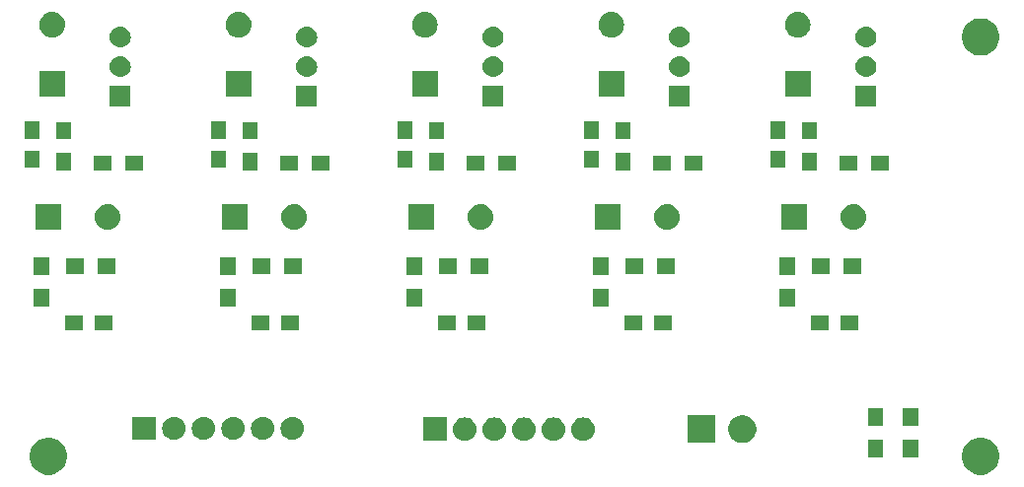
<source format=gts>
G04 #@! TF.GenerationSoftware,KiCad,Pcbnew,5.0.2-bee76a0~70~ubuntu16.04.1*
G04 #@! TF.CreationDate,2018-12-22T18:20:01+02:00*
G04 #@! TF.ProjectId,psg14a_power,70736731-3461-45f7-906f-7765722e6b69,rev?*
G04 #@! TF.SameCoordinates,Original*
G04 #@! TF.FileFunction,Soldermask,Top*
G04 #@! TF.FilePolarity,Negative*
%FSLAX46Y46*%
G04 Gerber Fmt 4.6, Leading zero omitted, Abs format (unit mm)*
G04 Created by KiCad (PCBNEW 5.0.2-bee76a0~70~ubuntu16.04.1) date сб, 22-гру-2018 18:20:01 +0200*
%MOMM*%
%LPD*%
G01*
G04 APERTURE LIST*
%ADD10C,0.100000*%
G04 APERTURE END LIST*
D10*
G36*
X110466703Y-79461486D02*
X110757883Y-79582097D01*
X111019944Y-79757201D01*
X111242799Y-79980056D01*
X111417903Y-80242117D01*
X111538514Y-80533297D01*
X111600000Y-80842412D01*
X111600000Y-81157588D01*
X111538514Y-81466703D01*
X111417903Y-81757883D01*
X111242799Y-82019944D01*
X111019944Y-82242799D01*
X110757883Y-82417903D01*
X110466703Y-82538514D01*
X110157588Y-82600000D01*
X109842412Y-82600000D01*
X109533297Y-82538514D01*
X109242117Y-82417903D01*
X108980056Y-82242799D01*
X108757201Y-82019944D01*
X108582097Y-81757883D01*
X108461486Y-81466703D01*
X108400000Y-81157588D01*
X108400000Y-80842412D01*
X108461486Y-80533297D01*
X108582097Y-80242117D01*
X108757201Y-79980056D01*
X108980056Y-79757201D01*
X109242117Y-79582097D01*
X109533297Y-79461486D01*
X109842412Y-79400000D01*
X110157588Y-79400000D01*
X110466703Y-79461486D01*
X110466703Y-79461486D01*
G37*
G36*
X30466703Y-79461486D02*
X30757883Y-79582097D01*
X31019944Y-79757201D01*
X31242799Y-79980056D01*
X31417903Y-80242117D01*
X31538514Y-80533297D01*
X31600000Y-80842412D01*
X31600000Y-81157588D01*
X31538514Y-81466703D01*
X31417903Y-81757883D01*
X31242799Y-82019944D01*
X31019944Y-82242799D01*
X30757883Y-82417903D01*
X30466703Y-82538514D01*
X30157588Y-82600000D01*
X29842412Y-82600000D01*
X29533297Y-82538514D01*
X29242117Y-82417903D01*
X28980056Y-82242799D01*
X28757201Y-82019944D01*
X28582097Y-81757883D01*
X28461486Y-81466703D01*
X28400000Y-81157588D01*
X28400000Y-80842412D01*
X28461486Y-80533297D01*
X28582097Y-80242117D01*
X28757201Y-79980056D01*
X28980056Y-79757201D01*
X29242117Y-79582097D01*
X29533297Y-79461486D01*
X29842412Y-79400000D01*
X30157588Y-79400000D01*
X30466703Y-79461486D01*
X30466703Y-79461486D01*
G37*
G36*
X104650000Y-81100000D02*
X103350000Y-81100000D01*
X103350000Y-79600000D01*
X104650000Y-79600000D01*
X104650000Y-81100000D01*
X104650000Y-81100000D01*
G37*
G36*
X101650000Y-81100000D02*
X100350000Y-81100000D01*
X100350000Y-79600000D01*
X101650000Y-79600000D01*
X101650000Y-81100000D01*
X101650000Y-81100000D01*
G37*
G36*
X87242500Y-79876500D02*
X84842500Y-79876500D01*
X84842500Y-77476500D01*
X87242500Y-77476500D01*
X87242500Y-79876500D01*
X87242500Y-79876500D01*
G37*
G36*
X89892526Y-77522615D02*
X90110912Y-77613073D01*
X90307458Y-77744401D01*
X90474599Y-77911542D01*
X90605927Y-78108088D01*
X90696385Y-78326474D01*
X90742500Y-78558309D01*
X90742500Y-78794691D01*
X90696385Y-79026526D01*
X90605927Y-79244912D01*
X90474599Y-79441458D01*
X90307458Y-79608599D01*
X90110912Y-79739927D01*
X89892526Y-79830385D01*
X89660691Y-79876500D01*
X89424309Y-79876500D01*
X89192474Y-79830385D01*
X88974088Y-79739927D01*
X88777542Y-79608599D01*
X88610401Y-79441458D01*
X88479073Y-79244912D01*
X88388615Y-79026526D01*
X88342500Y-78794691D01*
X88342500Y-78558309D01*
X88388615Y-78326474D01*
X88479073Y-78108088D01*
X88610401Y-77911542D01*
X88777542Y-77744401D01*
X88974088Y-77613073D01*
X89192474Y-77522615D01*
X89424309Y-77476500D01*
X89660691Y-77476500D01*
X89892526Y-77522615D01*
X89892526Y-77522615D01*
G37*
G36*
X64181990Y-79675990D02*
X62183010Y-79675990D01*
X62183010Y-77677010D01*
X64181990Y-77677010D01*
X64181990Y-79675990D01*
X64181990Y-79675990D01*
G37*
G36*
X76057458Y-77689406D02*
X76078435Y-77691472D01*
X76125535Y-77705760D01*
X76266839Y-77748624D01*
X76440474Y-77841433D01*
X76592666Y-77966334D01*
X76717567Y-78118526D01*
X76810376Y-78292161D01*
X76867528Y-78480566D01*
X76886826Y-78676500D01*
X76867528Y-78872434D01*
X76810376Y-79060839D01*
X76717567Y-79234474D01*
X76592666Y-79386666D01*
X76440474Y-79511567D01*
X76266839Y-79604376D01*
X76125535Y-79647240D01*
X76078435Y-79661528D01*
X76057458Y-79663594D01*
X75931600Y-79675990D01*
X75833400Y-79675990D01*
X75707542Y-79663594D01*
X75686565Y-79661528D01*
X75639465Y-79647240D01*
X75498161Y-79604376D01*
X75324526Y-79511567D01*
X75172334Y-79386666D01*
X75047433Y-79234474D01*
X74954624Y-79060839D01*
X74897472Y-78872434D01*
X74878174Y-78676500D01*
X74897472Y-78480566D01*
X74954624Y-78292161D01*
X75047433Y-78118526D01*
X75172334Y-77966334D01*
X75324526Y-77841433D01*
X75498161Y-77748624D01*
X75639465Y-77705760D01*
X75686565Y-77691472D01*
X75707542Y-77689406D01*
X75833400Y-77677010D01*
X75931600Y-77677010D01*
X76057458Y-77689406D01*
X76057458Y-77689406D01*
G37*
G36*
X73517458Y-77689406D02*
X73538435Y-77691472D01*
X73585535Y-77705760D01*
X73726839Y-77748624D01*
X73900474Y-77841433D01*
X74052666Y-77966334D01*
X74177567Y-78118526D01*
X74270376Y-78292161D01*
X74327528Y-78480566D01*
X74346826Y-78676500D01*
X74327528Y-78872434D01*
X74270376Y-79060839D01*
X74177567Y-79234474D01*
X74052666Y-79386666D01*
X73900474Y-79511567D01*
X73726839Y-79604376D01*
X73585535Y-79647240D01*
X73538435Y-79661528D01*
X73517458Y-79663594D01*
X73391600Y-79675990D01*
X73293400Y-79675990D01*
X73167542Y-79663594D01*
X73146565Y-79661528D01*
X73099465Y-79647240D01*
X72958161Y-79604376D01*
X72784526Y-79511567D01*
X72632334Y-79386666D01*
X72507433Y-79234474D01*
X72414624Y-79060839D01*
X72357472Y-78872434D01*
X72338174Y-78676500D01*
X72357472Y-78480566D01*
X72414624Y-78292161D01*
X72507433Y-78118526D01*
X72632334Y-77966334D01*
X72784526Y-77841433D01*
X72958161Y-77748624D01*
X73099465Y-77705760D01*
X73146565Y-77691472D01*
X73167542Y-77689406D01*
X73293400Y-77677010D01*
X73391600Y-77677010D01*
X73517458Y-77689406D01*
X73517458Y-77689406D01*
G37*
G36*
X68437458Y-77689406D02*
X68458435Y-77691472D01*
X68505535Y-77705760D01*
X68646839Y-77748624D01*
X68820474Y-77841433D01*
X68972666Y-77966334D01*
X69097567Y-78118526D01*
X69190376Y-78292161D01*
X69247528Y-78480566D01*
X69266826Y-78676500D01*
X69247528Y-78872434D01*
X69190376Y-79060839D01*
X69097567Y-79234474D01*
X68972666Y-79386666D01*
X68820474Y-79511567D01*
X68646839Y-79604376D01*
X68505535Y-79647240D01*
X68458435Y-79661528D01*
X68437458Y-79663594D01*
X68311600Y-79675990D01*
X68213400Y-79675990D01*
X68087542Y-79663594D01*
X68066565Y-79661528D01*
X68019465Y-79647240D01*
X67878161Y-79604376D01*
X67704526Y-79511567D01*
X67552334Y-79386666D01*
X67427433Y-79234474D01*
X67334624Y-79060839D01*
X67277472Y-78872434D01*
X67258174Y-78676500D01*
X67277472Y-78480566D01*
X67334624Y-78292161D01*
X67427433Y-78118526D01*
X67552334Y-77966334D01*
X67704526Y-77841433D01*
X67878161Y-77748624D01*
X68019465Y-77705760D01*
X68066565Y-77691472D01*
X68087542Y-77689406D01*
X68213400Y-77677010D01*
X68311600Y-77677010D01*
X68437458Y-77689406D01*
X68437458Y-77689406D01*
G37*
G36*
X65897458Y-77689406D02*
X65918435Y-77691472D01*
X65965535Y-77705760D01*
X66106839Y-77748624D01*
X66280474Y-77841433D01*
X66432666Y-77966334D01*
X66557567Y-78118526D01*
X66650376Y-78292161D01*
X66707528Y-78480566D01*
X66726826Y-78676500D01*
X66707528Y-78872434D01*
X66650376Y-79060839D01*
X66557567Y-79234474D01*
X66432666Y-79386666D01*
X66280474Y-79511567D01*
X66106839Y-79604376D01*
X65965535Y-79647240D01*
X65918435Y-79661528D01*
X65897458Y-79663594D01*
X65771600Y-79675990D01*
X65673400Y-79675990D01*
X65547542Y-79663594D01*
X65526565Y-79661528D01*
X65479465Y-79647240D01*
X65338161Y-79604376D01*
X65164526Y-79511567D01*
X65012334Y-79386666D01*
X64887433Y-79234474D01*
X64794624Y-79060839D01*
X64737472Y-78872434D01*
X64718174Y-78676500D01*
X64737472Y-78480566D01*
X64794624Y-78292161D01*
X64887433Y-78118526D01*
X65012334Y-77966334D01*
X65164526Y-77841433D01*
X65338161Y-77748624D01*
X65479465Y-77705760D01*
X65526565Y-77691472D01*
X65547542Y-77689406D01*
X65673400Y-77677010D01*
X65771600Y-77677010D01*
X65897458Y-77689406D01*
X65897458Y-77689406D01*
G37*
G36*
X70977458Y-77689406D02*
X70998435Y-77691472D01*
X71045535Y-77705760D01*
X71186839Y-77748624D01*
X71360474Y-77841433D01*
X71512666Y-77966334D01*
X71637567Y-78118526D01*
X71730376Y-78292161D01*
X71787528Y-78480566D01*
X71806826Y-78676500D01*
X71787528Y-78872434D01*
X71730376Y-79060839D01*
X71637567Y-79234474D01*
X71512666Y-79386666D01*
X71360474Y-79511567D01*
X71186839Y-79604376D01*
X71045535Y-79647240D01*
X70998435Y-79661528D01*
X70977458Y-79663594D01*
X70851600Y-79675990D01*
X70753400Y-79675990D01*
X70627542Y-79663594D01*
X70606565Y-79661528D01*
X70559465Y-79647240D01*
X70418161Y-79604376D01*
X70244526Y-79511567D01*
X70092334Y-79386666D01*
X69967433Y-79234474D01*
X69874624Y-79060839D01*
X69817472Y-78872434D01*
X69798174Y-78676500D01*
X69817472Y-78480566D01*
X69874624Y-78292161D01*
X69967433Y-78118526D01*
X70092334Y-77966334D01*
X70244526Y-77841433D01*
X70418161Y-77748624D01*
X70559465Y-77705760D01*
X70606565Y-77691472D01*
X70627542Y-77689406D01*
X70753400Y-77677010D01*
X70851600Y-77677010D01*
X70977458Y-77689406D01*
X70977458Y-77689406D01*
G37*
G36*
X46021958Y-77625906D02*
X46042935Y-77627972D01*
X46090035Y-77642260D01*
X46231339Y-77685124D01*
X46404974Y-77777933D01*
X46557166Y-77902834D01*
X46682067Y-78055026D01*
X46774876Y-78228661D01*
X46832028Y-78417066D01*
X46851326Y-78613000D01*
X46832028Y-78808934D01*
X46774876Y-78997339D01*
X46682067Y-79170974D01*
X46557166Y-79323166D01*
X46404974Y-79448067D01*
X46231339Y-79540876D01*
X46095451Y-79582097D01*
X46042935Y-79598028D01*
X46022912Y-79600000D01*
X45896100Y-79612490D01*
X45797900Y-79612490D01*
X45671088Y-79600000D01*
X45651065Y-79598028D01*
X45598549Y-79582097D01*
X45462661Y-79540876D01*
X45289026Y-79448067D01*
X45136834Y-79323166D01*
X45011933Y-79170974D01*
X44919124Y-78997339D01*
X44861972Y-78808934D01*
X44842674Y-78613000D01*
X44861972Y-78417066D01*
X44919124Y-78228661D01*
X45011933Y-78055026D01*
X45136834Y-77902834D01*
X45289026Y-77777933D01*
X45462661Y-77685124D01*
X45603965Y-77642260D01*
X45651065Y-77627972D01*
X45672042Y-77625906D01*
X45797900Y-77613510D01*
X45896100Y-77613510D01*
X46021958Y-77625906D01*
X46021958Y-77625906D01*
G37*
G36*
X51101958Y-77625906D02*
X51122935Y-77627972D01*
X51170035Y-77642260D01*
X51311339Y-77685124D01*
X51484974Y-77777933D01*
X51637166Y-77902834D01*
X51762067Y-78055026D01*
X51854876Y-78228661D01*
X51912028Y-78417066D01*
X51931326Y-78613000D01*
X51912028Y-78808934D01*
X51854876Y-78997339D01*
X51762067Y-79170974D01*
X51637166Y-79323166D01*
X51484974Y-79448067D01*
X51311339Y-79540876D01*
X51175451Y-79582097D01*
X51122935Y-79598028D01*
X51102912Y-79600000D01*
X50976100Y-79612490D01*
X50877900Y-79612490D01*
X50751088Y-79600000D01*
X50731065Y-79598028D01*
X50678549Y-79582097D01*
X50542661Y-79540876D01*
X50369026Y-79448067D01*
X50216834Y-79323166D01*
X50091933Y-79170974D01*
X49999124Y-78997339D01*
X49941972Y-78808934D01*
X49922674Y-78613000D01*
X49941972Y-78417066D01*
X49999124Y-78228661D01*
X50091933Y-78055026D01*
X50216834Y-77902834D01*
X50369026Y-77777933D01*
X50542661Y-77685124D01*
X50683965Y-77642260D01*
X50731065Y-77627972D01*
X50752042Y-77625906D01*
X50877900Y-77613510D01*
X50976100Y-77613510D01*
X51101958Y-77625906D01*
X51101958Y-77625906D01*
G37*
G36*
X48561958Y-77625906D02*
X48582935Y-77627972D01*
X48630035Y-77642260D01*
X48771339Y-77685124D01*
X48944974Y-77777933D01*
X49097166Y-77902834D01*
X49222067Y-78055026D01*
X49314876Y-78228661D01*
X49372028Y-78417066D01*
X49391326Y-78613000D01*
X49372028Y-78808934D01*
X49314876Y-78997339D01*
X49222067Y-79170974D01*
X49097166Y-79323166D01*
X48944974Y-79448067D01*
X48771339Y-79540876D01*
X48635451Y-79582097D01*
X48582935Y-79598028D01*
X48562912Y-79600000D01*
X48436100Y-79612490D01*
X48337900Y-79612490D01*
X48211088Y-79600000D01*
X48191065Y-79598028D01*
X48138549Y-79582097D01*
X48002661Y-79540876D01*
X47829026Y-79448067D01*
X47676834Y-79323166D01*
X47551933Y-79170974D01*
X47459124Y-78997339D01*
X47401972Y-78808934D01*
X47382674Y-78613000D01*
X47401972Y-78417066D01*
X47459124Y-78228661D01*
X47551933Y-78055026D01*
X47676834Y-77902834D01*
X47829026Y-77777933D01*
X48002661Y-77685124D01*
X48143965Y-77642260D01*
X48191065Y-77627972D01*
X48212042Y-77625906D01*
X48337900Y-77613510D01*
X48436100Y-77613510D01*
X48561958Y-77625906D01*
X48561958Y-77625906D01*
G37*
G36*
X43481958Y-77625906D02*
X43502935Y-77627972D01*
X43550035Y-77642260D01*
X43691339Y-77685124D01*
X43864974Y-77777933D01*
X44017166Y-77902834D01*
X44142067Y-78055026D01*
X44234876Y-78228661D01*
X44292028Y-78417066D01*
X44311326Y-78613000D01*
X44292028Y-78808934D01*
X44234876Y-78997339D01*
X44142067Y-79170974D01*
X44017166Y-79323166D01*
X43864974Y-79448067D01*
X43691339Y-79540876D01*
X43555451Y-79582097D01*
X43502935Y-79598028D01*
X43482912Y-79600000D01*
X43356100Y-79612490D01*
X43257900Y-79612490D01*
X43131088Y-79600000D01*
X43111065Y-79598028D01*
X43058549Y-79582097D01*
X42922661Y-79540876D01*
X42749026Y-79448067D01*
X42596834Y-79323166D01*
X42471933Y-79170974D01*
X42379124Y-78997339D01*
X42321972Y-78808934D01*
X42302674Y-78613000D01*
X42321972Y-78417066D01*
X42379124Y-78228661D01*
X42471933Y-78055026D01*
X42596834Y-77902834D01*
X42749026Y-77777933D01*
X42922661Y-77685124D01*
X43063965Y-77642260D01*
X43111065Y-77627972D01*
X43132042Y-77625906D01*
X43257900Y-77613510D01*
X43356100Y-77613510D01*
X43481958Y-77625906D01*
X43481958Y-77625906D01*
G37*
G36*
X40941958Y-77625906D02*
X40962935Y-77627972D01*
X41010035Y-77642260D01*
X41151339Y-77685124D01*
X41324974Y-77777933D01*
X41477166Y-77902834D01*
X41602067Y-78055026D01*
X41694876Y-78228661D01*
X41752028Y-78417066D01*
X41771326Y-78613000D01*
X41752028Y-78808934D01*
X41694876Y-78997339D01*
X41602067Y-79170974D01*
X41477166Y-79323166D01*
X41324974Y-79448067D01*
X41151339Y-79540876D01*
X41015451Y-79582097D01*
X40962935Y-79598028D01*
X40942912Y-79600000D01*
X40816100Y-79612490D01*
X40717900Y-79612490D01*
X40591088Y-79600000D01*
X40571065Y-79598028D01*
X40518549Y-79582097D01*
X40382661Y-79540876D01*
X40209026Y-79448067D01*
X40056834Y-79323166D01*
X39931933Y-79170974D01*
X39839124Y-78997339D01*
X39781972Y-78808934D01*
X39762674Y-78613000D01*
X39781972Y-78417066D01*
X39839124Y-78228661D01*
X39931933Y-78055026D01*
X40056834Y-77902834D01*
X40209026Y-77777933D01*
X40382661Y-77685124D01*
X40523965Y-77642260D01*
X40571065Y-77627972D01*
X40592042Y-77625906D01*
X40717900Y-77613510D01*
X40816100Y-77613510D01*
X40941958Y-77625906D01*
X40941958Y-77625906D01*
G37*
G36*
X39226490Y-79612490D02*
X37227510Y-79612490D01*
X37227510Y-77613510D01*
X39226490Y-77613510D01*
X39226490Y-79612490D01*
X39226490Y-79612490D01*
G37*
G36*
X101650000Y-78400000D02*
X100350000Y-78400000D01*
X100350000Y-76900000D01*
X101650000Y-76900000D01*
X101650000Y-78400000D01*
X101650000Y-78400000D01*
G37*
G36*
X104650000Y-78400000D02*
X103350000Y-78400000D01*
X103350000Y-76900000D01*
X104650000Y-76900000D01*
X104650000Y-78400000D01*
X104650000Y-78400000D01*
G37*
G36*
X48972120Y-70195600D02*
X47472120Y-70195600D01*
X47472120Y-68945600D01*
X48972120Y-68945600D01*
X48972120Y-70195600D01*
X48972120Y-70195600D01*
G37*
G36*
X80972120Y-70195600D02*
X79472120Y-70195600D01*
X79472120Y-68945600D01*
X80972120Y-68945600D01*
X80972120Y-70195600D01*
X80972120Y-70195600D01*
G37*
G36*
X64972120Y-70195600D02*
X63472120Y-70195600D01*
X63472120Y-68945600D01*
X64972120Y-68945600D01*
X64972120Y-70195600D01*
X64972120Y-70195600D01*
G37*
G36*
X51472120Y-70195600D02*
X49972120Y-70195600D01*
X49972120Y-68945600D01*
X51472120Y-68945600D01*
X51472120Y-70195600D01*
X51472120Y-70195600D01*
G37*
G36*
X32972120Y-70195600D02*
X31472120Y-70195600D01*
X31472120Y-68945600D01*
X32972120Y-68945600D01*
X32972120Y-70195600D01*
X32972120Y-70195600D01*
G37*
G36*
X83472120Y-70195600D02*
X81972120Y-70195600D01*
X81972120Y-68945600D01*
X83472120Y-68945600D01*
X83472120Y-70195600D01*
X83472120Y-70195600D01*
G37*
G36*
X67472120Y-70195600D02*
X65972120Y-70195600D01*
X65972120Y-68945600D01*
X67472120Y-68945600D01*
X67472120Y-70195600D01*
X67472120Y-70195600D01*
G37*
G36*
X99472120Y-70195600D02*
X97972120Y-70195600D01*
X97972120Y-68945600D01*
X99472120Y-68945600D01*
X99472120Y-70195600D01*
X99472120Y-70195600D01*
G37*
G36*
X96972120Y-70195600D02*
X95472120Y-70195600D01*
X95472120Y-68945600D01*
X96972120Y-68945600D01*
X96972120Y-70195600D01*
X96972120Y-70195600D01*
G37*
G36*
X35472120Y-70195600D02*
X33972120Y-70195600D01*
X33972120Y-68945600D01*
X35472120Y-68945600D01*
X35472120Y-70195600D01*
X35472120Y-70195600D01*
G37*
G36*
X46058120Y-68119680D02*
X44758120Y-68119680D01*
X44758120Y-66619680D01*
X46058120Y-66619680D01*
X46058120Y-68119680D01*
X46058120Y-68119680D01*
G37*
G36*
X62058120Y-68119680D02*
X60758120Y-68119680D01*
X60758120Y-66619680D01*
X62058120Y-66619680D01*
X62058120Y-68119680D01*
X62058120Y-68119680D01*
G37*
G36*
X78058120Y-68119680D02*
X76758120Y-68119680D01*
X76758120Y-66619680D01*
X78058120Y-66619680D01*
X78058120Y-68119680D01*
X78058120Y-68119680D01*
G37*
G36*
X94058120Y-68119680D02*
X92758120Y-68119680D01*
X92758120Y-66619680D01*
X94058120Y-66619680D01*
X94058120Y-68119680D01*
X94058120Y-68119680D01*
G37*
G36*
X30058120Y-68119680D02*
X28758120Y-68119680D01*
X28758120Y-66619680D01*
X30058120Y-66619680D01*
X30058120Y-68119680D01*
X30058120Y-68119680D01*
G37*
G36*
X94058120Y-65419680D02*
X92758120Y-65419680D01*
X92758120Y-63919680D01*
X94058120Y-63919680D01*
X94058120Y-65419680D01*
X94058120Y-65419680D01*
G37*
G36*
X78058120Y-65419680D02*
X76758120Y-65419680D01*
X76758120Y-63919680D01*
X78058120Y-63919680D01*
X78058120Y-65419680D01*
X78058120Y-65419680D01*
G37*
G36*
X62058120Y-65419680D02*
X60758120Y-65419680D01*
X60758120Y-63919680D01*
X62058120Y-63919680D01*
X62058120Y-65419680D01*
X62058120Y-65419680D01*
G37*
G36*
X46058120Y-65419680D02*
X44758120Y-65419680D01*
X44758120Y-63919680D01*
X46058120Y-63919680D01*
X46058120Y-65419680D01*
X46058120Y-65419680D01*
G37*
G36*
X30058120Y-65419680D02*
X28758120Y-65419680D01*
X28758120Y-63919680D01*
X30058120Y-63919680D01*
X30058120Y-65419680D01*
X30058120Y-65419680D01*
G37*
G36*
X35714360Y-65318400D02*
X34214360Y-65318400D01*
X34214360Y-64018400D01*
X35714360Y-64018400D01*
X35714360Y-65318400D01*
X35714360Y-65318400D01*
G37*
G36*
X33014360Y-65318400D02*
X31514360Y-65318400D01*
X31514360Y-64018400D01*
X33014360Y-64018400D01*
X33014360Y-65318400D01*
X33014360Y-65318400D01*
G37*
G36*
X49014360Y-65318400D02*
X47514360Y-65318400D01*
X47514360Y-64018400D01*
X49014360Y-64018400D01*
X49014360Y-65318400D01*
X49014360Y-65318400D01*
G37*
G36*
X51714360Y-65318400D02*
X50214360Y-65318400D01*
X50214360Y-64018400D01*
X51714360Y-64018400D01*
X51714360Y-65318400D01*
X51714360Y-65318400D01*
G37*
G36*
X67714360Y-65318400D02*
X66214360Y-65318400D01*
X66214360Y-64018400D01*
X67714360Y-64018400D01*
X67714360Y-65318400D01*
X67714360Y-65318400D01*
G37*
G36*
X65014360Y-65318400D02*
X63514360Y-65318400D01*
X63514360Y-64018400D01*
X65014360Y-64018400D01*
X65014360Y-65318400D01*
X65014360Y-65318400D01*
G37*
G36*
X81014360Y-65318400D02*
X79514360Y-65318400D01*
X79514360Y-64018400D01*
X81014360Y-64018400D01*
X81014360Y-65318400D01*
X81014360Y-65318400D01*
G37*
G36*
X99714360Y-65318400D02*
X98214360Y-65318400D01*
X98214360Y-64018400D01*
X99714360Y-64018400D01*
X99714360Y-65318400D01*
X99714360Y-65318400D01*
G37*
G36*
X97014360Y-65318400D02*
X95514360Y-65318400D01*
X95514360Y-64018400D01*
X97014360Y-64018400D01*
X97014360Y-65318400D01*
X97014360Y-65318400D01*
G37*
G36*
X83714360Y-65318400D02*
X82214360Y-65318400D01*
X82214360Y-64018400D01*
X83714360Y-64018400D01*
X83714360Y-65318400D01*
X83714360Y-65318400D01*
G37*
G36*
X63107560Y-61557080D02*
X60907560Y-61557080D01*
X60907560Y-59357080D01*
X63107560Y-59357080D01*
X63107560Y-61557080D01*
X63107560Y-61557080D01*
G37*
G36*
X67303199Y-59372996D02*
X67510546Y-59435895D01*
X67510548Y-59435896D01*
X67701644Y-59538038D01*
X67869141Y-59675499D01*
X68006602Y-59842996D01*
X68108744Y-60034092D01*
X68171644Y-60241442D01*
X68192882Y-60457080D01*
X68171644Y-60672718D01*
X68108744Y-60880068D01*
X68006602Y-61071164D01*
X67869141Y-61238661D01*
X67701644Y-61376122D01*
X67510548Y-61478264D01*
X67510546Y-61478265D01*
X67303199Y-61541164D01*
X67141598Y-61557080D01*
X67033522Y-61557080D01*
X66871921Y-61541164D01*
X66664574Y-61478265D01*
X66664572Y-61478264D01*
X66473476Y-61376122D01*
X66305979Y-61238661D01*
X66168518Y-61071164D01*
X66066376Y-60880068D01*
X66003476Y-60672718D01*
X65982238Y-60457080D01*
X66003476Y-60241442D01*
X66066376Y-60034092D01*
X66168518Y-59842996D01*
X66305979Y-59675499D01*
X66473476Y-59538038D01*
X66664572Y-59435896D01*
X66664574Y-59435895D01*
X66871921Y-59372996D01*
X67033522Y-59357080D01*
X67141598Y-59357080D01*
X67303199Y-59372996D01*
X67303199Y-59372996D01*
G37*
G36*
X47107560Y-61557080D02*
X44907560Y-61557080D01*
X44907560Y-59357080D01*
X47107560Y-59357080D01*
X47107560Y-61557080D01*
X47107560Y-61557080D01*
G37*
G36*
X51303199Y-59372996D02*
X51510546Y-59435895D01*
X51510548Y-59435896D01*
X51701644Y-59538038D01*
X51869141Y-59675499D01*
X52006602Y-59842996D01*
X52108744Y-60034092D01*
X52171644Y-60241442D01*
X52192882Y-60457080D01*
X52171644Y-60672718D01*
X52108744Y-60880068D01*
X52006602Y-61071164D01*
X51869141Y-61238661D01*
X51701644Y-61376122D01*
X51510548Y-61478264D01*
X51510546Y-61478265D01*
X51303199Y-61541164D01*
X51141598Y-61557080D01*
X51033522Y-61557080D01*
X50871921Y-61541164D01*
X50664574Y-61478265D01*
X50664572Y-61478264D01*
X50473476Y-61376122D01*
X50305979Y-61238661D01*
X50168518Y-61071164D01*
X50066376Y-60880068D01*
X50003476Y-60672718D01*
X49982238Y-60457080D01*
X50003476Y-60241442D01*
X50066376Y-60034092D01*
X50168518Y-59842996D01*
X50305979Y-59675499D01*
X50473476Y-59538038D01*
X50664572Y-59435896D01*
X50664574Y-59435895D01*
X50871921Y-59372996D01*
X51033522Y-59357080D01*
X51141598Y-59357080D01*
X51303199Y-59372996D01*
X51303199Y-59372996D01*
G37*
G36*
X31107560Y-61557080D02*
X28907560Y-61557080D01*
X28907560Y-59357080D01*
X31107560Y-59357080D01*
X31107560Y-61557080D01*
X31107560Y-61557080D01*
G37*
G36*
X79107560Y-61557080D02*
X76907560Y-61557080D01*
X76907560Y-59357080D01*
X79107560Y-59357080D01*
X79107560Y-61557080D01*
X79107560Y-61557080D01*
G37*
G36*
X83303199Y-59372996D02*
X83510546Y-59435895D01*
X83510548Y-59435896D01*
X83701644Y-59538038D01*
X83869141Y-59675499D01*
X84006602Y-59842996D01*
X84108744Y-60034092D01*
X84171644Y-60241442D01*
X84192882Y-60457080D01*
X84171644Y-60672718D01*
X84108744Y-60880068D01*
X84006602Y-61071164D01*
X83869141Y-61238661D01*
X83701644Y-61376122D01*
X83510548Y-61478264D01*
X83510546Y-61478265D01*
X83303199Y-61541164D01*
X83141598Y-61557080D01*
X83033522Y-61557080D01*
X82871921Y-61541164D01*
X82664574Y-61478265D01*
X82664572Y-61478264D01*
X82473476Y-61376122D01*
X82305979Y-61238661D01*
X82168518Y-61071164D01*
X82066376Y-60880068D01*
X82003476Y-60672718D01*
X81982238Y-60457080D01*
X82003476Y-60241442D01*
X82066376Y-60034092D01*
X82168518Y-59842996D01*
X82305979Y-59675499D01*
X82473476Y-59538038D01*
X82664572Y-59435896D01*
X82664574Y-59435895D01*
X82871921Y-59372996D01*
X83033522Y-59357080D01*
X83141598Y-59357080D01*
X83303199Y-59372996D01*
X83303199Y-59372996D01*
G37*
G36*
X95107560Y-61557080D02*
X92907560Y-61557080D01*
X92907560Y-59357080D01*
X95107560Y-59357080D01*
X95107560Y-61557080D01*
X95107560Y-61557080D01*
G37*
G36*
X99303199Y-59372996D02*
X99510546Y-59435895D01*
X99510548Y-59435896D01*
X99701644Y-59538038D01*
X99869141Y-59675499D01*
X100006602Y-59842996D01*
X100108744Y-60034092D01*
X100171644Y-60241442D01*
X100192882Y-60457080D01*
X100171644Y-60672718D01*
X100108744Y-60880068D01*
X100006602Y-61071164D01*
X99869141Y-61238661D01*
X99701644Y-61376122D01*
X99510548Y-61478264D01*
X99510546Y-61478265D01*
X99303199Y-61541164D01*
X99141598Y-61557080D01*
X99033522Y-61557080D01*
X98871921Y-61541164D01*
X98664574Y-61478265D01*
X98664572Y-61478264D01*
X98473476Y-61376122D01*
X98305979Y-61238661D01*
X98168518Y-61071164D01*
X98066376Y-60880068D01*
X98003476Y-60672718D01*
X97982238Y-60457080D01*
X98003476Y-60241442D01*
X98066376Y-60034092D01*
X98168518Y-59842996D01*
X98305979Y-59675499D01*
X98473476Y-59538038D01*
X98664572Y-59435896D01*
X98664574Y-59435895D01*
X98871921Y-59372996D01*
X99033522Y-59357080D01*
X99141598Y-59357080D01*
X99303199Y-59372996D01*
X99303199Y-59372996D01*
G37*
G36*
X35303199Y-59372996D02*
X35510546Y-59435895D01*
X35510548Y-59435896D01*
X35701644Y-59538038D01*
X35869141Y-59675499D01*
X36006602Y-59842996D01*
X36108744Y-60034092D01*
X36171644Y-60241442D01*
X36192882Y-60457080D01*
X36171644Y-60672718D01*
X36108744Y-60880068D01*
X36006602Y-61071164D01*
X35869141Y-61238661D01*
X35701644Y-61376122D01*
X35510548Y-61478264D01*
X35510546Y-61478265D01*
X35303199Y-61541164D01*
X35141598Y-61557080D01*
X35033522Y-61557080D01*
X34871921Y-61541164D01*
X34664574Y-61478265D01*
X34664572Y-61478264D01*
X34473476Y-61376122D01*
X34305979Y-61238661D01*
X34168518Y-61071164D01*
X34066376Y-60880068D01*
X34003476Y-60672718D01*
X33982238Y-60457080D01*
X34003476Y-60241442D01*
X34066376Y-60034092D01*
X34168518Y-59842996D01*
X34305979Y-59675499D01*
X34473476Y-59538038D01*
X34664572Y-59435896D01*
X34664574Y-59435895D01*
X34871921Y-59372996D01*
X35033522Y-59357080D01*
X35141598Y-59357080D01*
X35303199Y-59372996D01*
X35303199Y-59372996D01*
G37*
G36*
X51412120Y-56499520D02*
X49912120Y-56499520D01*
X49912120Y-55199520D01*
X51412120Y-55199520D01*
X51412120Y-56499520D01*
X51412120Y-56499520D01*
G37*
G36*
X102112120Y-56499520D02*
X100612120Y-56499520D01*
X100612120Y-55199520D01*
X102112120Y-55199520D01*
X102112120Y-56499520D01*
X102112120Y-56499520D01*
G37*
G36*
X99412120Y-56499520D02*
X97912120Y-56499520D01*
X97912120Y-55199520D01*
X99412120Y-55199520D01*
X99412120Y-56499520D01*
X99412120Y-56499520D01*
G37*
G36*
X83412120Y-56499520D02*
X81912120Y-56499520D01*
X81912120Y-55199520D01*
X83412120Y-55199520D01*
X83412120Y-56499520D01*
X83412120Y-56499520D01*
G37*
G36*
X67412120Y-56499520D02*
X65912120Y-56499520D01*
X65912120Y-55199520D01*
X67412120Y-55199520D01*
X67412120Y-56499520D01*
X67412120Y-56499520D01*
G37*
G36*
X70112120Y-56499520D02*
X68612120Y-56499520D01*
X68612120Y-55199520D01*
X70112120Y-55199520D01*
X70112120Y-56499520D01*
X70112120Y-56499520D01*
G37*
G36*
X54112120Y-56499520D02*
X52612120Y-56499520D01*
X52612120Y-55199520D01*
X54112120Y-55199520D01*
X54112120Y-56499520D01*
X54112120Y-56499520D01*
G37*
G36*
X38112120Y-56499520D02*
X36612120Y-56499520D01*
X36612120Y-55199520D01*
X38112120Y-55199520D01*
X38112120Y-56499520D01*
X38112120Y-56499520D01*
G37*
G36*
X35412120Y-56499520D02*
X33912120Y-56499520D01*
X33912120Y-55199520D01*
X35412120Y-55199520D01*
X35412120Y-56499520D01*
X35412120Y-56499520D01*
G37*
G36*
X86112120Y-56499520D02*
X84612120Y-56499520D01*
X84612120Y-55199520D01*
X86112120Y-55199520D01*
X86112120Y-56499520D01*
X86112120Y-56499520D01*
G37*
G36*
X31973280Y-56481400D02*
X30673280Y-56481400D01*
X30673280Y-54981400D01*
X31973280Y-54981400D01*
X31973280Y-56481400D01*
X31973280Y-56481400D01*
G37*
G36*
X95973280Y-56481400D02*
X94673280Y-56481400D01*
X94673280Y-54981400D01*
X95973280Y-54981400D01*
X95973280Y-56481400D01*
X95973280Y-56481400D01*
G37*
G36*
X79973280Y-56481400D02*
X78673280Y-56481400D01*
X78673280Y-54981400D01*
X79973280Y-54981400D01*
X79973280Y-56481400D01*
X79973280Y-56481400D01*
G37*
G36*
X47973280Y-56481400D02*
X46673280Y-56481400D01*
X46673280Y-54981400D01*
X47973280Y-54981400D01*
X47973280Y-56481400D01*
X47973280Y-56481400D01*
G37*
G36*
X63973280Y-56481400D02*
X62673280Y-56481400D01*
X62673280Y-54981400D01*
X63973280Y-54981400D01*
X63973280Y-56481400D01*
X63973280Y-56481400D01*
G37*
G36*
X45235560Y-56249320D02*
X43985560Y-56249320D01*
X43985560Y-54749320D01*
X45235560Y-54749320D01*
X45235560Y-56249320D01*
X45235560Y-56249320D01*
G37*
G36*
X93235560Y-56249320D02*
X91985560Y-56249320D01*
X91985560Y-54749320D01*
X93235560Y-54749320D01*
X93235560Y-56249320D01*
X93235560Y-56249320D01*
G37*
G36*
X77235560Y-56249320D02*
X75985560Y-56249320D01*
X75985560Y-54749320D01*
X77235560Y-54749320D01*
X77235560Y-56249320D01*
X77235560Y-56249320D01*
G37*
G36*
X61235560Y-56249320D02*
X59985560Y-56249320D01*
X59985560Y-54749320D01*
X61235560Y-54749320D01*
X61235560Y-56249320D01*
X61235560Y-56249320D01*
G37*
G36*
X29235560Y-56249320D02*
X27985560Y-56249320D01*
X27985560Y-54749320D01*
X29235560Y-54749320D01*
X29235560Y-56249320D01*
X29235560Y-56249320D01*
G37*
G36*
X79973280Y-53781400D02*
X78673280Y-53781400D01*
X78673280Y-52281400D01*
X79973280Y-52281400D01*
X79973280Y-53781400D01*
X79973280Y-53781400D01*
G37*
G36*
X31973280Y-53781400D02*
X30673280Y-53781400D01*
X30673280Y-52281400D01*
X31973280Y-52281400D01*
X31973280Y-53781400D01*
X31973280Y-53781400D01*
G37*
G36*
X63973280Y-53781400D02*
X62673280Y-53781400D01*
X62673280Y-52281400D01*
X63973280Y-52281400D01*
X63973280Y-53781400D01*
X63973280Y-53781400D01*
G37*
G36*
X95973280Y-53781400D02*
X94673280Y-53781400D01*
X94673280Y-52281400D01*
X95973280Y-52281400D01*
X95973280Y-53781400D01*
X95973280Y-53781400D01*
G37*
G36*
X47973280Y-53781400D02*
X46673280Y-53781400D01*
X46673280Y-52281400D01*
X47973280Y-52281400D01*
X47973280Y-53781400D01*
X47973280Y-53781400D01*
G37*
G36*
X93235560Y-53749320D02*
X91985560Y-53749320D01*
X91985560Y-52249320D01*
X93235560Y-52249320D01*
X93235560Y-53749320D01*
X93235560Y-53749320D01*
G37*
G36*
X29235560Y-53749320D02*
X27985560Y-53749320D01*
X27985560Y-52249320D01*
X29235560Y-52249320D01*
X29235560Y-53749320D01*
X29235560Y-53749320D01*
G37*
G36*
X61235560Y-53749320D02*
X59985560Y-53749320D01*
X59985560Y-52249320D01*
X61235560Y-52249320D01*
X61235560Y-53749320D01*
X61235560Y-53749320D01*
G37*
G36*
X77235560Y-53749320D02*
X75985560Y-53749320D01*
X75985560Y-52249320D01*
X77235560Y-52249320D01*
X77235560Y-53749320D01*
X77235560Y-53749320D01*
G37*
G36*
X45235560Y-53749320D02*
X43985560Y-53749320D01*
X43985560Y-52249320D01*
X45235560Y-52249320D01*
X45235560Y-53749320D01*
X45235560Y-53749320D01*
G37*
G36*
X85059440Y-50978640D02*
X83259440Y-50978640D01*
X83259440Y-49178640D01*
X85059440Y-49178640D01*
X85059440Y-50978640D01*
X85059440Y-50978640D01*
G37*
G36*
X37059440Y-50978640D02*
X35259440Y-50978640D01*
X35259440Y-49178640D01*
X37059440Y-49178640D01*
X37059440Y-50978640D01*
X37059440Y-50978640D01*
G37*
G36*
X53059440Y-50978640D02*
X51259440Y-50978640D01*
X51259440Y-49178640D01*
X53059440Y-49178640D01*
X53059440Y-50978640D01*
X53059440Y-50978640D01*
G37*
G36*
X69059440Y-50978640D02*
X67259440Y-50978640D01*
X67259440Y-49178640D01*
X69059440Y-49178640D01*
X69059440Y-50978640D01*
X69059440Y-50978640D01*
G37*
G36*
X101059440Y-50978640D02*
X99259440Y-50978640D01*
X99259440Y-49178640D01*
X101059440Y-49178640D01*
X101059440Y-50978640D01*
X101059440Y-50978640D01*
G37*
G36*
X47407280Y-50111840D02*
X45207280Y-50111840D01*
X45207280Y-47911840D01*
X47407280Y-47911840D01*
X47407280Y-50111840D01*
X47407280Y-50111840D01*
G37*
G36*
X79407280Y-50111840D02*
X77207280Y-50111840D01*
X77207280Y-47911840D01*
X79407280Y-47911840D01*
X79407280Y-50111840D01*
X79407280Y-50111840D01*
G37*
G36*
X63407280Y-50111840D02*
X61207280Y-50111840D01*
X61207280Y-47911840D01*
X63407280Y-47911840D01*
X63407280Y-50111840D01*
X63407280Y-50111840D01*
G37*
G36*
X31407280Y-50111840D02*
X29207280Y-50111840D01*
X29207280Y-47911840D01*
X31407280Y-47911840D01*
X31407280Y-50111840D01*
X31407280Y-50111840D01*
G37*
G36*
X95407280Y-50111840D02*
X93207280Y-50111840D01*
X93207280Y-47911840D01*
X95407280Y-47911840D01*
X95407280Y-50111840D01*
X95407280Y-50111840D01*
G37*
G36*
X68335872Y-46651662D02*
X68505521Y-46703125D01*
X68661873Y-46786696D01*
X68798915Y-46899165D01*
X68911384Y-47036207D01*
X68994955Y-47192559D01*
X69046418Y-47362208D01*
X69063794Y-47538640D01*
X69046418Y-47715072D01*
X68994955Y-47884721D01*
X68911384Y-48041073D01*
X68798915Y-48178115D01*
X68661873Y-48290584D01*
X68505521Y-48374155D01*
X68335872Y-48425618D01*
X68203651Y-48438640D01*
X68115229Y-48438640D01*
X67983008Y-48425618D01*
X67813359Y-48374155D01*
X67657007Y-48290584D01*
X67519965Y-48178115D01*
X67407496Y-48041073D01*
X67323925Y-47884721D01*
X67272462Y-47715072D01*
X67255086Y-47538640D01*
X67272462Y-47362208D01*
X67323925Y-47192559D01*
X67407496Y-47036207D01*
X67519965Y-46899165D01*
X67657007Y-46786696D01*
X67813359Y-46703125D01*
X67983008Y-46651662D01*
X68115229Y-46638640D01*
X68203651Y-46638640D01*
X68335872Y-46651662D01*
X68335872Y-46651662D01*
G37*
G36*
X100335872Y-46651662D02*
X100505521Y-46703125D01*
X100661873Y-46786696D01*
X100798915Y-46899165D01*
X100911384Y-47036207D01*
X100994955Y-47192559D01*
X101046418Y-47362208D01*
X101063794Y-47538640D01*
X101046418Y-47715072D01*
X100994955Y-47884721D01*
X100911384Y-48041073D01*
X100798915Y-48178115D01*
X100661873Y-48290584D01*
X100505521Y-48374155D01*
X100335872Y-48425618D01*
X100203651Y-48438640D01*
X100115229Y-48438640D01*
X99983008Y-48425618D01*
X99813359Y-48374155D01*
X99657007Y-48290584D01*
X99519965Y-48178115D01*
X99407496Y-48041073D01*
X99323925Y-47884721D01*
X99272462Y-47715072D01*
X99255086Y-47538640D01*
X99272462Y-47362208D01*
X99323925Y-47192559D01*
X99407496Y-47036207D01*
X99519965Y-46899165D01*
X99657007Y-46786696D01*
X99813359Y-46703125D01*
X99983008Y-46651662D01*
X100115229Y-46638640D01*
X100203651Y-46638640D01*
X100335872Y-46651662D01*
X100335872Y-46651662D01*
G37*
G36*
X84335872Y-46651662D02*
X84505521Y-46703125D01*
X84661873Y-46786696D01*
X84798915Y-46899165D01*
X84911384Y-47036207D01*
X84994955Y-47192559D01*
X85046418Y-47362208D01*
X85063794Y-47538640D01*
X85046418Y-47715072D01*
X84994955Y-47884721D01*
X84911384Y-48041073D01*
X84798915Y-48178115D01*
X84661873Y-48290584D01*
X84505521Y-48374155D01*
X84335872Y-48425618D01*
X84203651Y-48438640D01*
X84115229Y-48438640D01*
X83983008Y-48425618D01*
X83813359Y-48374155D01*
X83657007Y-48290584D01*
X83519965Y-48178115D01*
X83407496Y-48041073D01*
X83323925Y-47884721D01*
X83272462Y-47715072D01*
X83255086Y-47538640D01*
X83272462Y-47362208D01*
X83323925Y-47192559D01*
X83407496Y-47036207D01*
X83519965Y-46899165D01*
X83657007Y-46786696D01*
X83813359Y-46703125D01*
X83983008Y-46651662D01*
X84115229Y-46638640D01*
X84203651Y-46638640D01*
X84335872Y-46651662D01*
X84335872Y-46651662D01*
G37*
G36*
X36335872Y-46651662D02*
X36505521Y-46703125D01*
X36661873Y-46786696D01*
X36798915Y-46899165D01*
X36911384Y-47036207D01*
X36994955Y-47192559D01*
X37046418Y-47362208D01*
X37063794Y-47538640D01*
X37046418Y-47715072D01*
X36994955Y-47884721D01*
X36911384Y-48041073D01*
X36798915Y-48178115D01*
X36661873Y-48290584D01*
X36505521Y-48374155D01*
X36335872Y-48425618D01*
X36203651Y-48438640D01*
X36115229Y-48438640D01*
X35983008Y-48425618D01*
X35813359Y-48374155D01*
X35657007Y-48290584D01*
X35519965Y-48178115D01*
X35407496Y-48041073D01*
X35323925Y-47884721D01*
X35272462Y-47715072D01*
X35255086Y-47538640D01*
X35272462Y-47362208D01*
X35323925Y-47192559D01*
X35407496Y-47036207D01*
X35519965Y-46899165D01*
X35657007Y-46786696D01*
X35813359Y-46703125D01*
X35983008Y-46651662D01*
X36115229Y-46638640D01*
X36203651Y-46638640D01*
X36335872Y-46651662D01*
X36335872Y-46651662D01*
G37*
G36*
X52335872Y-46651662D02*
X52505521Y-46703125D01*
X52661873Y-46786696D01*
X52798915Y-46899165D01*
X52911384Y-47036207D01*
X52994955Y-47192559D01*
X53046418Y-47362208D01*
X53063794Y-47538640D01*
X53046418Y-47715072D01*
X52994955Y-47884721D01*
X52911384Y-48041073D01*
X52798915Y-48178115D01*
X52661873Y-48290584D01*
X52505521Y-48374155D01*
X52335872Y-48425618D01*
X52203651Y-48438640D01*
X52115229Y-48438640D01*
X51983008Y-48425618D01*
X51813359Y-48374155D01*
X51657007Y-48290584D01*
X51519965Y-48178115D01*
X51407496Y-48041073D01*
X51323925Y-47884721D01*
X51272462Y-47715072D01*
X51255086Y-47538640D01*
X51272462Y-47362208D01*
X51323925Y-47192559D01*
X51407496Y-47036207D01*
X51519965Y-46899165D01*
X51657007Y-46786696D01*
X51813359Y-46703125D01*
X51983008Y-46651662D01*
X52115229Y-46638640D01*
X52203651Y-46638640D01*
X52335872Y-46651662D01*
X52335872Y-46651662D01*
G37*
G36*
X110466703Y-43461486D02*
X110757883Y-43582097D01*
X111019944Y-43757201D01*
X111242799Y-43980056D01*
X111417903Y-44242117D01*
X111538514Y-44533297D01*
X111600000Y-44842412D01*
X111600000Y-45157588D01*
X111538514Y-45466703D01*
X111417903Y-45757883D01*
X111242799Y-46019944D01*
X111019944Y-46242799D01*
X110757883Y-46417903D01*
X110466703Y-46538514D01*
X110157588Y-46600000D01*
X109842412Y-46600000D01*
X109533297Y-46538514D01*
X109242117Y-46417903D01*
X108980056Y-46242799D01*
X108757201Y-46019944D01*
X108582097Y-45757883D01*
X108461486Y-45466703D01*
X108400000Y-45157588D01*
X108400000Y-44842412D01*
X108461486Y-44533297D01*
X108582097Y-44242117D01*
X108757201Y-43980056D01*
X108980056Y-43757201D01*
X109242117Y-43582097D01*
X109533297Y-43461486D01*
X109842412Y-43400000D01*
X110157588Y-43400000D01*
X110466703Y-43461486D01*
X110466703Y-43461486D01*
G37*
G36*
X100335872Y-44111662D02*
X100505521Y-44163125D01*
X100661873Y-44246696D01*
X100798915Y-44359165D01*
X100911384Y-44496207D01*
X100994955Y-44652559D01*
X101046418Y-44822208D01*
X101063794Y-44998640D01*
X101046418Y-45175072D01*
X100994955Y-45344721D01*
X100911384Y-45501073D01*
X100798915Y-45638115D01*
X100661873Y-45750584D01*
X100505521Y-45834155D01*
X100335872Y-45885618D01*
X100203651Y-45898640D01*
X100115229Y-45898640D01*
X99983008Y-45885618D01*
X99813359Y-45834155D01*
X99657007Y-45750584D01*
X99519965Y-45638115D01*
X99407496Y-45501073D01*
X99323925Y-45344721D01*
X99272462Y-45175072D01*
X99255086Y-44998640D01*
X99272462Y-44822208D01*
X99323925Y-44652559D01*
X99407496Y-44496207D01*
X99519965Y-44359165D01*
X99657007Y-44246696D01*
X99813359Y-44163125D01*
X99983008Y-44111662D01*
X100115229Y-44098640D01*
X100203651Y-44098640D01*
X100335872Y-44111662D01*
X100335872Y-44111662D01*
G37*
G36*
X52335872Y-44111662D02*
X52505521Y-44163125D01*
X52661873Y-44246696D01*
X52798915Y-44359165D01*
X52911384Y-44496207D01*
X52994955Y-44652559D01*
X53046418Y-44822208D01*
X53063794Y-44998640D01*
X53046418Y-45175072D01*
X52994955Y-45344721D01*
X52911384Y-45501073D01*
X52798915Y-45638115D01*
X52661873Y-45750584D01*
X52505521Y-45834155D01*
X52335872Y-45885618D01*
X52203651Y-45898640D01*
X52115229Y-45898640D01*
X51983008Y-45885618D01*
X51813359Y-45834155D01*
X51657007Y-45750584D01*
X51519965Y-45638115D01*
X51407496Y-45501073D01*
X51323925Y-45344721D01*
X51272462Y-45175072D01*
X51255086Y-44998640D01*
X51272462Y-44822208D01*
X51323925Y-44652559D01*
X51407496Y-44496207D01*
X51519965Y-44359165D01*
X51657007Y-44246696D01*
X51813359Y-44163125D01*
X51983008Y-44111662D01*
X52115229Y-44098640D01*
X52203651Y-44098640D01*
X52335872Y-44111662D01*
X52335872Y-44111662D01*
G37*
G36*
X68335872Y-44111662D02*
X68505521Y-44163125D01*
X68661873Y-44246696D01*
X68798915Y-44359165D01*
X68911384Y-44496207D01*
X68994955Y-44652559D01*
X69046418Y-44822208D01*
X69063794Y-44998640D01*
X69046418Y-45175072D01*
X68994955Y-45344721D01*
X68911384Y-45501073D01*
X68798915Y-45638115D01*
X68661873Y-45750584D01*
X68505521Y-45834155D01*
X68335872Y-45885618D01*
X68203651Y-45898640D01*
X68115229Y-45898640D01*
X67983008Y-45885618D01*
X67813359Y-45834155D01*
X67657007Y-45750584D01*
X67519965Y-45638115D01*
X67407496Y-45501073D01*
X67323925Y-45344721D01*
X67272462Y-45175072D01*
X67255086Y-44998640D01*
X67272462Y-44822208D01*
X67323925Y-44652559D01*
X67407496Y-44496207D01*
X67519965Y-44359165D01*
X67657007Y-44246696D01*
X67813359Y-44163125D01*
X67983008Y-44111662D01*
X68115229Y-44098640D01*
X68203651Y-44098640D01*
X68335872Y-44111662D01*
X68335872Y-44111662D01*
G37*
G36*
X84335872Y-44111662D02*
X84505521Y-44163125D01*
X84661873Y-44246696D01*
X84798915Y-44359165D01*
X84911384Y-44496207D01*
X84994955Y-44652559D01*
X85046418Y-44822208D01*
X85063794Y-44998640D01*
X85046418Y-45175072D01*
X84994955Y-45344721D01*
X84911384Y-45501073D01*
X84798915Y-45638115D01*
X84661873Y-45750584D01*
X84505521Y-45834155D01*
X84335872Y-45885618D01*
X84203651Y-45898640D01*
X84115229Y-45898640D01*
X83983008Y-45885618D01*
X83813359Y-45834155D01*
X83657007Y-45750584D01*
X83519965Y-45638115D01*
X83407496Y-45501073D01*
X83323925Y-45344721D01*
X83272462Y-45175072D01*
X83255086Y-44998640D01*
X83272462Y-44822208D01*
X83323925Y-44652559D01*
X83407496Y-44496207D01*
X83519965Y-44359165D01*
X83657007Y-44246696D01*
X83813359Y-44163125D01*
X83983008Y-44111662D01*
X84115229Y-44098640D01*
X84203651Y-44098640D01*
X84335872Y-44111662D01*
X84335872Y-44111662D01*
G37*
G36*
X36335872Y-44111662D02*
X36505521Y-44163125D01*
X36661873Y-44246696D01*
X36798915Y-44359165D01*
X36911384Y-44496207D01*
X36994955Y-44652559D01*
X37046418Y-44822208D01*
X37063794Y-44998640D01*
X37046418Y-45175072D01*
X36994955Y-45344721D01*
X36911384Y-45501073D01*
X36798915Y-45638115D01*
X36661873Y-45750584D01*
X36505521Y-45834155D01*
X36335872Y-45885618D01*
X36203651Y-45898640D01*
X36115229Y-45898640D01*
X35983008Y-45885618D01*
X35813359Y-45834155D01*
X35657007Y-45750584D01*
X35519965Y-45638115D01*
X35407496Y-45501073D01*
X35323925Y-45344721D01*
X35272462Y-45175072D01*
X35255086Y-44998640D01*
X35272462Y-44822208D01*
X35323925Y-44652559D01*
X35407496Y-44496207D01*
X35519965Y-44359165D01*
X35657007Y-44246696D01*
X35813359Y-44163125D01*
X35983008Y-44111662D01*
X36115229Y-44098640D01*
X36203651Y-44098640D01*
X36335872Y-44111662D01*
X36335872Y-44111662D01*
G37*
G36*
X94522919Y-42847756D02*
X94730266Y-42910655D01*
X94730268Y-42910656D01*
X94921364Y-43012798D01*
X95088861Y-43150259D01*
X95226322Y-43317756D01*
X95303147Y-43461487D01*
X95328465Y-43508854D01*
X95391364Y-43716201D01*
X95412602Y-43931840D01*
X95391364Y-44147479D01*
X95362656Y-44242116D01*
X95328464Y-44354828D01*
X95226322Y-44545924D01*
X95088861Y-44713421D01*
X94921364Y-44850882D01*
X94730268Y-44953024D01*
X94730266Y-44953025D01*
X94522919Y-45015924D01*
X94361318Y-45031840D01*
X94253242Y-45031840D01*
X94091641Y-45015924D01*
X93884294Y-44953025D01*
X93884292Y-44953024D01*
X93693196Y-44850882D01*
X93525699Y-44713421D01*
X93388238Y-44545924D01*
X93286096Y-44354828D01*
X93251905Y-44242116D01*
X93223196Y-44147479D01*
X93201958Y-43931840D01*
X93223196Y-43716201D01*
X93286095Y-43508854D01*
X93311413Y-43461487D01*
X93388238Y-43317756D01*
X93525699Y-43150259D01*
X93693196Y-43012798D01*
X93884292Y-42910656D01*
X93884294Y-42910655D01*
X94091641Y-42847756D01*
X94253242Y-42831840D01*
X94361318Y-42831840D01*
X94522919Y-42847756D01*
X94522919Y-42847756D01*
G37*
G36*
X78522919Y-42847756D02*
X78730266Y-42910655D01*
X78730268Y-42910656D01*
X78921364Y-43012798D01*
X79088861Y-43150259D01*
X79226322Y-43317756D01*
X79303147Y-43461487D01*
X79328465Y-43508854D01*
X79391364Y-43716201D01*
X79412602Y-43931840D01*
X79391364Y-44147479D01*
X79362656Y-44242116D01*
X79328464Y-44354828D01*
X79226322Y-44545924D01*
X79088861Y-44713421D01*
X78921364Y-44850882D01*
X78730268Y-44953024D01*
X78730266Y-44953025D01*
X78522919Y-45015924D01*
X78361318Y-45031840D01*
X78253242Y-45031840D01*
X78091641Y-45015924D01*
X77884294Y-44953025D01*
X77884292Y-44953024D01*
X77693196Y-44850882D01*
X77525699Y-44713421D01*
X77388238Y-44545924D01*
X77286096Y-44354828D01*
X77251905Y-44242116D01*
X77223196Y-44147479D01*
X77201958Y-43931840D01*
X77223196Y-43716201D01*
X77286095Y-43508854D01*
X77311413Y-43461487D01*
X77388238Y-43317756D01*
X77525699Y-43150259D01*
X77693196Y-43012798D01*
X77884292Y-42910656D01*
X77884294Y-42910655D01*
X78091641Y-42847756D01*
X78253242Y-42831840D01*
X78361318Y-42831840D01*
X78522919Y-42847756D01*
X78522919Y-42847756D01*
G37*
G36*
X62522919Y-42847756D02*
X62730266Y-42910655D01*
X62730268Y-42910656D01*
X62921364Y-43012798D01*
X63088861Y-43150259D01*
X63226322Y-43317756D01*
X63303147Y-43461487D01*
X63328465Y-43508854D01*
X63391364Y-43716201D01*
X63412602Y-43931840D01*
X63391364Y-44147479D01*
X63362656Y-44242116D01*
X63328464Y-44354828D01*
X63226322Y-44545924D01*
X63088861Y-44713421D01*
X62921364Y-44850882D01*
X62730268Y-44953024D01*
X62730266Y-44953025D01*
X62522919Y-45015924D01*
X62361318Y-45031840D01*
X62253242Y-45031840D01*
X62091641Y-45015924D01*
X61884294Y-44953025D01*
X61884292Y-44953024D01*
X61693196Y-44850882D01*
X61525699Y-44713421D01*
X61388238Y-44545924D01*
X61286096Y-44354828D01*
X61251905Y-44242116D01*
X61223196Y-44147479D01*
X61201958Y-43931840D01*
X61223196Y-43716201D01*
X61286095Y-43508854D01*
X61311413Y-43461487D01*
X61388238Y-43317756D01*
X61525699Y-43150259D01*
X61693196Y-43012798D01*
X61884292Y-42910656D01*
X61884294Y-42910655D01*
X62091641Y-42847756D01*
X62253242Y-42831840D01*
X62361318Y-42831840D01*
X62522919Y-42847756D01*
X62522919Y-42847756D01*
G37*
G36*
X46522919Y-42847756D02*
X46730266Y-42910655D01*
X46730268Y-42910656D01*
X46921364Y-43012798D01*
X47088861Y-43150259D01*
X47226322Y-43317756D01*
X47303147Y-43461487D01*
X47328465Y-43508854D01*
X47391364Y-43716201D01*
X47412602Y-43931840D01*
X47391364Y-44147479D01*
X47362656Y-44242116D01*
X47328464Y-44354828D01*
X47226322Y-44545924D01*
X47088861Y-44713421D01*
X46921364Y-44850882D01*
X46730268Y-44953024D01*
X46730266Y-44953025D01*
X46522919Y-45015924D01*
X46361318Y-45031840D01*
X46253242Y-45031840D01*
X46091641Y-45015924D01*
X45884294Y-44953025D01*
X45884292Y-44953024D01*
X45693196Y-44850882D01*
X45525699Y-44713421D01*
X45388238Y-44545924D01*
X45286096Y-44354828D01*
X45251905Y-44242116D01*
X45223196Y-44147479D01*
X45201958Y-43931840D01*
X45223196Y-43716201D01*
X45286095Y-43508854D01*
X45311413Y-43461487D01*
X45388238Y-43317756D01*
X45525699Y-43150259D01*
X45693196Y-43012798D01*
X45884292Y-42910656D01*
X45884294Y-42910655D01*
X46091641Y-42847756D01*
X46253242Y-42831840D01*
X46361318Y-42831840D01*
X46522919Y-42847756D01*
X46522919Y-42847756D01*
G37*
G36*
X30522919Y-42847756D02*
X30730266Y-42910655D01*
X30730268Y-42910656D01*
X30921364Y-43012798D01*
X31088861Y-43150259D01*
X31226322Y-43317756D01*
X31303147Y-43461487D01*
X31328465Y-43508854D01*
X31391364Y-43716201D01*
X31412602Y-43931840D01*
X31391364Y-44147479D01*
X31362656Y-44242116D01*
X31328464Y-44354828D01*
X31226322Y-44545924D01*
X31088861Y-44713421D01*
X30921364Y-44850882D01*
X30730268Y-44953024D01*
X30730266Y-44953025D01*
X30522919Y-45015924D01*
X30361318Y-45031840D01*
X30253242Y-45031840D01*
X30091641Y-45015924D01*
X29884294Y-44953025D01*
X29884292Y-44953024D01*
X29693196Y-44850882D01*
X29525699Y-44713421D01*
X29388238Y-44545924D01*
X29286096Y-44354828D01*
X29251905Y-44242116D01*
X29223196Y-44147479D01*
X29201958Y-43931840D01*
X29223196Y-43716201D01*
X29286095Y-43508854D01*
X29311413Y-43461487D01*
X29388238Y-43317756D01*
X29525699Y-43150259D01*
X29693196Y-43012798D01*
X29884292Y-42910656D01*
X29884294Y-42910655D01*
X30091641Y-42847756D01*
X30253242Y-42831840D01*
X30361318Y-42831840D01*
X30522919Y-42847756D01*
X30522919Y-42847756D01*
G37*
M02*

</source>
